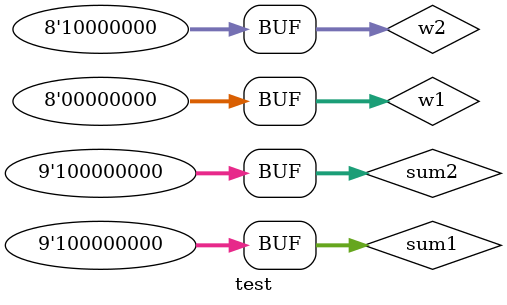
<source format=v>

module test();
		wire [7:0] w1 = 8'b00000000;
		wire [7:0] w2 = 8'b10000000;
		wire [8:0] sum1;
		reg [8:0] sum2;
	
		assign sum1 = (w1 + w2) << 1;

		always @*
			begin
				sum2 = (w1 + w2) << 1;
			end

		initial
				$monitor("sum1= %d\nsum2= %d", sum1, sum2);
endmodule


</source>
